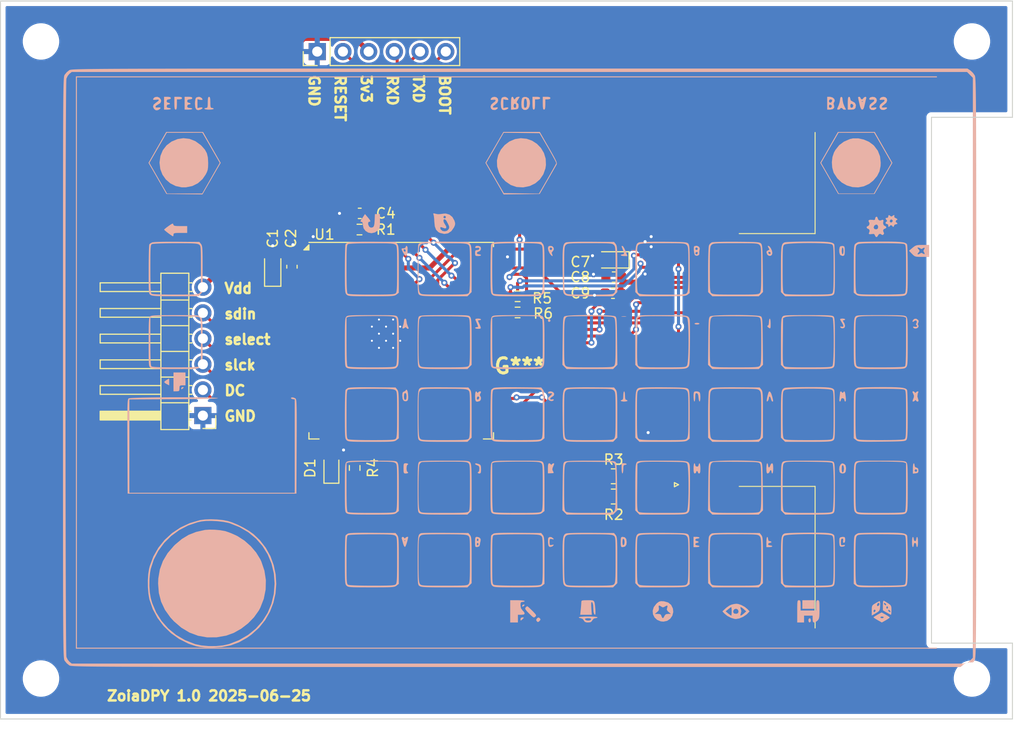
<source format=kicad_pcb>
(kicad_pcb (version 20241229) (generator "pcbnew") (generator_version "9.0")
  (title_block (title "ZoiaDPY") (date "2025-06-25") (rev "1.0"))
  (layers (0 "F.Cu" signal) (2 "B.Cu" signal) (13 "F.Paste" user) (15 "B.Paste" user) (5 "F.SilkS" user "F.Silkscreen") (7 "B.SilkS" user "B.Silkscreen") (1 "F.Mask" user) (3 "B.Mask" user) (25 "Edge.Cuts" user))
  (net 0 "")
  (net 1 "GNDD")
  (net 2 "+3V3")
  (net 3 "/~{RESET}")
  (net 4 "Net-(D1-A)")
  (net 5 "/RXD0")
  (net 6 "/BOOT")
  (net 7 "/TXD0")
  (net 8 "Net-(U3-LEDK1)")
  (net 9 "Net-(Q1-D)")
  (net 10 "Net-(U3-LEDK2)")
  (net 11 "/LED")
  (net 12 "/LCD_SCL")
  (net 13 "/LCD_SDA")
  (net 14 "/LCD_IRQ")
  (net 15 "/LCD_BL")
  (net 19 "/LCD_RST")
  (net 20 "/OLED_MOSI")
  (net 24 "/OLED_DC")
  (net 26 "/LCD_DC")
  (net 27 "/OLED_CS")
  (net 30 "/LCD_MOSI")
  (net 31 "/OLED_CLK")
  (net 34 "/LCD_CS")
  (net 39 "/LCD_CLK")
  (net 40 "/LCD_MISO")
  (footprint "Resistor_SMD:R_0603_1608Metric" (layer "F.Cu") (at 132 83.175 90)
    (property "Reference" "R4" (at 0 1.8 90) (layer "F.SilkS"))
    (property "Value" "270R")
    (pad "1" smd roundrect (at -0.825 0 90) (size 0.8 0.95) (layers "F.Cu" "F.Mask" "F.Paste") (net 4 "Net-(D1-A)"))
    (pad "2" smd roundrect (at 0.825 0 90) (size 0.8 0.95) (layers "F.Cu" "F.Mask" "F.Paste") (net 11 "/LED"))
  )
  (footprint "Connector_PinHeader_2.54mm:PinHeader_1x06_P2.54mm_Vertical" (layer "F.Cu") (at 128.3 42 90)
    (property "Reference" "J3" (hide yes))
    (property "Value" "Conn_01x06")
    (pad "1" thru_hole rect (at 0 0 90) (size 1.7 1.7) (drill 1) (layers "*.Cu" "*.Mask") (net 1 "GNDD"))
    (pad "2" thru_hole circle (at 0 2.54 90) (size 1.7 1.7) (drill 1) (layers "*.Cu" "*.Mask") (net 3 "/~{RESET}"))
    (pad "3" thru_hole circle (at 0 5.08 90) (size 1.7 1.7) (drill 1) (layers "*.Cu" "*.Mask") (net 2 "+3V3"))
    (pad "4" thru_hole circle (at 0 7.62 90) (size 1.7 1.7) (drill 1) (layers "*.Cu" "*.Mask") (net 5 "/RXD0"))
    (pad "5" thru_hole circle (at 0 10.16 90) (size 1.7 1.7) (drill 1) (layers "*.Cu" "*.Mask") (net 7 "/TXD0"))
    (pad "6" thru_hole circle (at 0 12.7 90) (size 1.7 1.7) (drill 1) (layers "*.Cu" "*.Mask") (net 6 "/BOOT"))
  )
  (footprint "LED_SMD:LED_0603_1608Metric" (layer "F.Cu") (at 129.7 83.2 90)
    (property "Reference" "D1" (at 0 -2.1 90) (layer "F.SilkS"))
    (property "Value" "LED GREEN")
    (pad "1" smd roundrect (at -0.7875 0 90) (size 0.875 0.95) (layers "F.Cu" "F.Mask" "F.Paste") (net 4 "Net-(D1-A)"))
    (pad "2" smd roundrect (at 0.7875 0 90) (size 0.875 0.95) (layers "F.Cu" "F.Mask" "F.Paste") (net 1 "GNDD"))
  )
  (footprint "Resistor_SMD:R_0603_1608Metric" (layer "F.Cu") (at 148.1 66.2)
    (property "Reference" "R5" (at 2.425 0.2 0) (layer "F.SilkS"))
    (property "Value" "R")
    (pad "1" smd roundrect (at -0.825 0) (size 0.8 0.95) (layers "F.Cu" "F.Mask" "F.Paste") (net 12 "/LCD_SCL"))
    (pad "2" smd roundrect (at 0.825 0) (size 0.8 0.95) (layers "F.Cu" "F.Mask" "F.Paste") (net 2 "+3V3"))
  )
  (footprint "Capacitor_SMD:C_0603_1608Metric" (layer "F.Cu") (at 157.6 64.3 180)
    (property "Reference" "C8" (at 3.305 0 0) (layer "F.SilkS"))
    (property "Value" "0.1uF")
    (pad "1" smd roundrect (at -0.775 0 180) (size 0.9 0.95) (layers "F.Cu" "F.Mask" "F.Paste") (net 2 "+3V3"))
    (pad "2" smd roundrect (at 0.775 0 180) (size 0.9 0.95) (layers "F.Cu" "F.Mask" "F.Paste") (net 1 "GNDD"))
  )
  (footprint "Resistor_SMD:R_0603_1608Metric" (layer "F.Cu") (at 132.475 59.6 180)
    (property "Reference" "R1" (at -2.6 0 0) (layer "F.SilkS"))
    (property "Value" "10k")
    (pad "1" smd roundrect (at -0.825 0 180) (size 0.8 0.95) (layers "F.Cu" "F.Mask" "F.Paste") (net 3 "/~{RESET}"))
    (pad "2" smd roundrect (at 0.825 0 180) (size 0.8 0.95) (layers "F.Cu" "F.Mask" "F.Paste") (net 2 "+3V3"))
  )
  (footprint "MountingHole:MountingHole_3.2mm_M3" (layer "F.Cu") (at 101 41)
    (property "Reference" "H2" (hide yes))
    (property "Value" "MountingHole" (hide yes))
    (pad "" np_thru_hole circle (at 0 0) (size 3.2 3.2) (drill 3.2) (layers "*.Cu" "*.Mask"))
  )
  (footprint "zoidadpy:62684-50210E9ALF" (layer "F.Cu") (at 164.15 72.58 90)
    (property "Reference" "U3" (hide yes))
    (property "Value" "~")
    (pad "1" smd rect (at -12.25 -1.35 90) (size 0.3 1.1) (layers "F.Cu" "F.Mask" "F.Paste") (net 2 "+3V3"))
    (pad "2" smd rect (at -11.75 -1.35 90) (size 0.3 1.1) (layers "F.Cu" "F.Mask" "F.Paste") (net 8 "Net-(U3-LEDK1)"))
    (pad "3" smd rect (at -11.25 -1.35 90) (size 0.3 1.1) (layers "F.Cu" "F.Mask" "F.Paste") (net 10 "Net-(U3-LEDK2)"))
    (pad "4" smd rect (at -10.75 -1.35 90) (size 0.3 1.1) (layers "F.Cu" "F.Mask" "F.Paste"))
    (pad "5" smd rect (at -10.25 -1.35 90) (size 0.3 1.1) (layers "F.Cu" "F.Mask" "F.Paste"))
    (pad "6" smd rect (at -9.75 -1.35 90) (size 0.3 1.1) (layers "F.Cu" "F.Mask" "F.Paste"))
    (pad "7" smd rect (at -9.25 -1.35 90) (size 0.3 1.1) (layers "F.Cu" "F.Mask" "F.Paste") (net 2 "+3V3"))
    (pad "8" smd rect (at -8.75 -1.35 90) (size 0.3 1.1) (layers "F.Cu" "F.Mask" "F.Paste") (net 2 "+3V3"))
    (pad "9" smd rect (at -8.25 -1.35 90) (size 0.3 1.1) (layers "F.Cu" "F.Mask" "F.Paste") (net 2 "+3V3"))
    (pad "10" smd rect (at -7.75 -1.35 90) (size 0.3 1.1) (layers "F.Cu" "F.Mask" "F.Paste") (net 19 "/LCD_RST"))
    (pad "11" smd rect (at -7.25 -1.35 90) (size 0.3 1.1) (layers "F.Cu" "F.Mask" "F.Paste") (net 1 "GNDD"))
    (pad "12" smd rect (at -6.75 -1.35 90) (size 0.3 1.1) (layers "F.Cu" "F.Mask" "F.Paste") (net 1 "GNDD"))
    (pad "13" smd rect (at -6.25 -1.35 90) (size 0.3 1.1) (layers "F.Cu" "F.Mask" "F.Paste") (net 1 "GNDD"))
    (pad "14" smd rect (at -5.75 -1.35 90) (size 0.3 1.1) (layers "F.Cu" "F.Mask" "F.Paste") (net 1 "GNDD"))
    (pad "15" smd rect (at -5.25 -1.35 90) (size 0.3 1.1) (layers "F.Cu" "F.Mask" "F.Paste") (net 1 "GNDD"))
    (pad "16" smd rect (at -4.75 -1.35 90) (size 0.3 1.1) (layers "F.Cu" "F.Mask" "F.Paste") (net 1 "GNDD"))
    (pad "17" smd rect (at -4.25 -1.35 90) (size 0.3 1.1) (layers "F.Cu" "F.Mask" "F.Paste") (net 1 "GNDD"))
    (pad "18" smd rect (at -3.75 -1.35 90) (size 0.3 1.1) (layers "F.Cu" "F.Mask" "F.Paste") (net 1 "GNDD"))
    (pad "19" smd rect (at -3.25 -1.35 90) (size 0.3 1.1) (layers "F.Cu" "F.Mask" "F.Paste") (net 1 "GNDD"))
    (pad "20" smd rect (at -2.75 -1.35 90) (size 0.3 1.1) (layers "F.Cu" "F.Mask" "F.Paste") (net 1 "GNDD"))
    (pad "21" smd rect (at -2.25 -1.35 90) (size 0.3 1.1) (layers "F.Cu" "F.Mask" "F.Paste") (net 1 "GNDD"))
    (pad "22" smd rect (at -1.75 -1.35 90) (size 0.3 1.1) (layers "F.Cu" "F.Mask" "F.Paste") (net 1 "GNDD"))
    (pad "23" smd rect (at -1.25 -1.35 90) (size 0.3 1.1) (layers "F.Cu" "F.Mask" "F.Paste") (net 1 "GNDD"))
    (pad "24" smd rect (at -0.75 -1.35 90) (size 0.3 1.1) (layers "F.Cu" "F.Mask" "F.Paste") (net 1 "GNDD"))
    (pad "25" smd rect (at -0.25 -1.35 90) (size 0.3 1.1) (layers "F.Cu" "F.Mask" "F.Paste") (net 1 "GNDD"))
    (pad "26" smd rect (at 0.25 -1.35 90) (size 0.3 1.1) (layers "F.Cu" "F.Mask" "F.Paste") (net 1 "GNDD"))
    (pad "27" smd rect (at 0.75 -1.35 90) (size 0.3 1.1) (layers "F.Cu" "F.Mask" "F.Paste") (net 1 "GNDD"))
    (pad "28" smd rect (at 1.25 -1.35 90) (size 0.3 1.1) (layers "F.Cu" "F.Mask" "F.Paste") (net 1 "GNDD"))
    (pad "29" smd rect (at 1.75 -1.35 90) (size 0.3 1.1) (layers "F.Cu" "F.Mask" "F.Paste") (net 1 "GNDD"))
    (pad "30" smd rect (at 2.25 -1.35 90) (size 0.3 1.1) (layers "F.Cu" "F.Mask" "F.Paste") (net 1 "GNDD"))
    (pad "31" smd rect (at 2.75 -1.35 90) (size 0.3 1.1) (layers "F.Cu" "F.Mask" "F.Paste") (net 1 "GNDD"))
    (pad "32" smd rect (at 3.25 -1.35 90) (size 0.3 1.1) (layers "F.Cu" "F.Mask" "F.Paste") (net 1 "GNDD"))
    (pad "33" smd rect (at 3.75 -1.35 90) (size 0.3 1.1) (layers "F.Cu" "F.Mask" "F.Paste") (net 40 "/LCD_MISO"))
    (pad "34" smd rect (at 4.25 -1.35 90) (size 0.3 1.1) (layers "F.Cu" "F.Mask" "F.Paste") (net 30 "/LCD_MOSI"))
    (pad "35" smd rect (at 4.75 -1.35 90) (size 0.3 1.1) (layers "F.Cu" "F.Mask" "F.Paste") (net 2 "+3V3"))
    (pad "36" smd rect (at 5.25 -1.35 90) (size 0.3 1.1) (layers "F.Cu" "F.Mask" "F.Paste") (net 39 "/LCD_CLK"))
    (pad "37" smd rect (at 5.75 -1.35 90) (size 0.3 1.1) (layers "F.Cu" "F.Mask" "F.Paste") (net 26 "/LCD_DC"))
    (pad "38" smd rect (at 6.25 -1.35 90) (size 0.3 1.1) (layers "F.Cu" "F.Mask" "F.Paste") (net 34 "/LCD_CS"))
    (pad "39" smd rect (at 6.75 -1.35 90) (size 0.3 1.1) (layers "F.Cu" "F.Mask" "F.Paste"))
    (pad "40" smd rect (at 7.25 -1.35 90) (size 0.3 1.1) (layers "F.Cu" "F.Mask" "F.Paste") (net 2 "+3V3"))
    (pad "41" smd rect (at 7.75 -1.35 90) (size 0.3 1.1) (layers "F.Cu" "F.Mask" "F.Paste") (net 2 "+3V3"))
    (pad "42" smd rect (at 8.25 -1.35 90) (size 0.3 1.1) (layers "F.Cu" "F.Mask" "F.Paste") (net 2 "+3V3"))
    (pad "43" smd rect (at 8.75 -1.35 90) (size 0.3 1.1) (layers "F.Cu" "F.Mask" "F.Paste") (net 1 "GNDD"))
    (pad "44" smd rect (at 9.25 -1.35 90) (size 0.3 1.1) (layers "F.Cu" "F.Mask" "F.Paste") (net 12 "/LCD_SCL"))
    (pad "45" smd rect (at 9.75 -1.35 90) (size 0.3 1.1) (layers "F.Cu" "F.Mask" "F.Paste") (net 13 "/LCD_SDA"))
    (pad "46" smd rect (at 10.25 -1.35 90) (size 0.3 1.1) (layers "F.Cu" "F.Mask" "F.Paste") (net 14 "/LCD_IRQ"))
    (pad "47" smd rect (at 10.75 -1.35 90) (size 0.3 1.1) (layers "F.Cu" "F.Mask" "F.Paste") (net 19 "/LCD_RST"))
    (pad "48" smd rect (at 11.25 -1.35 90) (size 0.3 1.1) (layers "F.Cu" "F.Mask" "F.Paste") (net 1 "GNDD"))
    (pad "49" smd rect (at 11.75 -1.35 90) (size 0.3 1.1) (layers "F.Cu" "F.Mask" "F.Paste") (net 1 "GNDD"))
    (pad "50" smd rect (at 12.25 -1.35 90) (size 0.3 1.1) (layers "F.Cu" "F.Mask" "F.Paste") (net 1 "GNDD"))
    (pad "MP" smd rect (at -14.5 1.3 90) (size 2.3 2.4) (layers "F.Cu" "F.Mask" "F.Paste"))
    (pad "MP" smd rect (at 14.5 1.3 90) (size 2.3 2.4) (layers "F.Cu" "F.Mask" "F.Paste"))
  )
  (footprint "Capacitor_Tantalum_SMD:CP_EIA-2012-12_Kemet-R" (layer "F.Cu") (at 157.4 62.6 180)
    (property "Reference" "C7" (at 3.1 -0.2 0) (layer "F.SilkS"))
    (property "Value" "10uF")
    (pad "1" smd roundrect (at -0.89 0 180) (size 1.14 1.09) (layers "F.Cu" "F.Mask" "F.Paste") (roundrect_rratio 0.229358) (net 2 "+3V3"))
    (pad "2" smd roundrect (at 0.89 0 180) (size 1.14 1.09) (layers "F.Cu" "F.Mask" "F.Paste") (roundrect_rratio 0.229358) (net 1 "GNDD"))
  )
  (footprint "Capacitor_Tantalum_SMD:CP_EIA-2012-12_Kemet-R" (layer "F.Cu") (at 123.9 63.49 90)
    (property "Reference" "C1" (at 3.01 0 90) (layer "F.SilkS"))
    (property "Value" "22uF")
    (pad "1" smd roundrect (at -0.89 0 90) (size 1.14 1.09) (layers "F.Cu" "F.Mask" "F.Paste") (roundrect_rratio 0.229358) (net 2 "+3V3"))
    (pad "2" smd roundrect (at 0.89 0 90) (size 1.14 1.09) (layers "F.Cu" "F.Mask" "F.Paste") (roundrect_rratio 0.229358) (net 1 "GNDD"))
  )
  (footprint "Capacitor_SMD:C_0603_1608Metric" (layer "F.Cu") (at 157.525 65.9 180)
    (property "Reference" "C9" (at 3.225 0 0) (layer "F.SilkS"))
    (property "Value" "0.1uF")
    (pad "1" smd roundrect (at -0.775 0 180) (size 0.9 0.95) (layers "F.Cu" "F.Mask" "F.Paste") (net 2 "+3V3"))
    (pad "2" smd roundrect (at 0.775 0 180) (size 0.9 0.95) (layers "F.Cu" "F.Mask" "F.Paste") (net 1 "GNDD"))
  )
  (footprint "Capacitor_SMD:C_0603_1608Metric" (layer "F.Cu") (at 132.5 58 180)
    (property "Reference" "C4" (at -2.575 0 0) (layer "F.SilkS"))
    (property "Value" "0.1uF")
    (pad "1" smd roundrect (at -0.775 0 180) (size 0.9 0.95) (layers "F.Cu" "F.Mask" "F.Paste") (net 3 "/~{RESET}"))
    (pad "2" smd roundrect (at 0.775 0 180) (size 0.9 0.95) (layers "F.Cu" "F.Mask" "F.Paste") (net 1 "GNDD"))
  )
  (footprint "MountingHole:MountingHole_3.2mm_M3" (layer "F.Cu") (at 193 41)
    (property "Reference" "H1" (hide yes))
    (property "Value" "MountingHole" (hide yes))
    (pad "" np_thru_hole circle (at 0 0) (size 3.2 3.2) (drill 3.2) (layers "*.Cu" "*.Mask"))
  )
  (footprint "RF_Module:ESP32-WROOM-32U" (layer "F.Cu") (at 136.6 70.59)
    (property "Reference" "U1" (at -7.58 -10.5 180) (layer "F.SilkS"))
    (property "Value" "ESP32-WROOM-32U")
    (pad "1" smd rect (at -8.75 -8.255) (size 1.5 0.9) (layers "F.Cu" "F.Mask" "F.Paste") (net 1 "GNDD"))
    (pad "2" smd rect (at -8.75 -6.985) (size 1.5 0.9) (layers "F.Cu" "F.Mask" "F.Paste") (net 2 "+3V3"))
    (pad "3" smd rect (at -8.75 -5.715) (size 1.5 0.9) (layers "F.Cu" "F.Mask" "F.Paste") (net 3 "/~{RESET}"))
    (pad "4" smd rect (at -8.75 -4.445) (size 1.5 0.9) (layers "F.Cu" "F.Mask" "F.Paste"))
    (pad "5" smd rect (at -8.75 -3.175) (size 1.5 0.9) (layers "F.Cu" "F.Mask" "F.Paste"))
    (pad "6" smd rect (at -8.75 -1.905) (size 1.5 0.9) (layers "F.Cu" "F.Mask" "F.Paste") (net 14 "/LCD_IRQ"))
    (pad "7" smd rect (at -8.75 -0.635) (size 1.5 0.9) (layers "F.Cu" "F.Mask" "F.Paste"))
    (pad "8" smd rect (at -8.75 0.635) (size 1.5 0.9) (layers "F.Cu" "F.Mask" "F.Paste") (net 24 "/OLED_DC"))
    (pad "9" smd rect (at -8.75 1.905) (size 1.5 0.9) (layers "F.Cu" "F.Mask" "F.Paste"))
    (pad "10" smd rect (at -8.75 3.175) (size 1.5 0.9) (layers "F.Cu" "F.Mask" "F.Paste") (net 27 "/OLED_CS"))
    (pad "11" smd rect (at -8.75 4.445) (size 1.5 0.9) (layers "F.Cu" "F.Mask" "F.Paste") (net 31 "/OLED_CLK"))
    (pad "12" smd rect (at -8.75 5.715) (size 1.5 0.9) (layers "F.Cu" "F.Mask" "F.Paste") (net 20 "/OLED_MOSI"))
    (pad "13" smd rect (at -8.75 6.985) (size 1.5 0.9) (layers "F.Cu" "F.Mask" "F.Paste"))
    (pad "14" smd rect (at -8.75 8.255) (size 1.5 0.9) (layers "F.Cu" "F.Mask" "F.Paste"))
    (pad "15" smd rect (at -5.715 9.35 90) (size 1.5 0.9) (layers "F.Cu" "F.Mask" "F.Paste") (net 1 "GNDD"))
    (pad "16" smd rect (at -4.445 9.35 90) (size 1.5 0.9) (layers "F.Cu" "F.Mask" "F.Paste") (net 11 "/LED"))
    (pad "17" smd rect (at -3.175 9.35 90) (size 1.5 0.9) (layers "F.Cu" "F.Mask" "F.Paste"))
    (pad "18" smd rect (at -1.905 9.35 90) (size 1.5 0.9) (layers "F.Cu" "F.Mask" "F.Paste"))
    (pad "19" smd rect (at -0.635 9.35 90) (size 1.5 0.9) (layers "F.Cu" "F.Mask" "F.Paste"))
    (pad "20" smd rect (at 0.635 9.35 90) (size 1.5 0.9) (layers "F.Cu" "F.Mask" "F.Paste"))
    (pad "21" smd rect (at 1.905 9.35 90) (size 1.5 0.9) (layers "F.Cu" "F.Mask" "F.Paste"))
    (pad "22" smd rect (at 3.175 9.35 90) (size 1.5 0.9) (layers "F.Cu" "F.Mask" "F.Paste"))
    (pad "23" smd rect (at 4.445 9.35 90) (size 1.5 0.9) (layers "F.Cu" "F.Mask" "F.Paste") (net 15 "/LCD_BL"))
    (pad "24" smd rect (at 5.715 9.35 90) (size 1.5 0.9) (layers "F.Cu" "F.Mask" "F.Paste"))
    (pad "25" smd rect (at 8.75 8.255) (size 1.5 0.9) (layers "F.Cu" "F.Mask" "F.Paste") (net 6 "/BOOT"))
    (pad "26" smd rect (at 8.75 6.985) (size 1.5 0.9) (layers "F.Cu" "F.Mask" "F.Paste") (net 34 "/LCD_CS"))
    (pad "27" smd rect (at 8.75 5.715) (size 1.5 0.9) (layers "F.Cu" "F.Mask" "F.Paste") (net 19 "/LCD_RST"))
    (pad "28" smd rect (at 8.75 4.445) (size 1.5 0.9) (layers "F.Cu" "F.Mask" "F.Paste") (net 26 "/LCD_DC"))
    (pad "29" smd rect (at 8.75 3.175) (size 1.5 0.9) (layers "F.Cu" "F.Mask" "F.Paste"))
    (pad "30" smd rect (at 8.75 1.905) (size 1.5 0.9) (layers "F.Cu" "F.Mask" "F.Paste") (net 39 "/LCD_CLK"))
    (pad "31" smd rect (at 8.75 0.635) (size 1.5 0.9) (layers "F.Cu" "F.Mask" "F.Paste") (net 40 "/LCD_MISO"))
    (pad "32" smd rect (at 8.75 -0.635) (size 1.5 0.9) (layers "F.Cu" "F.Mask" "F.Paste"))
    (pad "33" smd rect (at 8.75 -1.905) (size 1.5 0.9) (layers "F.Cu" "F.Mask" "F.Paste") (net 13 "/LCD_SDA"))
    (pad "34" smd rect (at 8.75 -3.175) (size 1.5 0.9) (layers "F.Cu" "F.Mask" "F.Paste") (net 5 "/RXD0"))
    (pad "35" smd rect (at 8.75 -4.445) (size 1.5 0.9) (layers "F.Cu" "F.Mask" "F.Paste") (net 7 "/TXD0"))
    (pad "36" smd rect (at 8.75 -5.715) (size 1.5 0.9) (layers "F.Cu" "F.Mask" "F.Paste") (net 12 "/LCD_SCL"))
    (pad "37" smd rect (at 8.75 -6.985) (size 1.5 0.9) (layers "F.Cu" "F.Mask" "F.Paste") (net 30 "/LCD_MOSI"))
    (pad "38" smd rect (at 8.75 -8.255) (size 1.5 0.9) (layers "F.Cu" "F.Mask" "F.Paste") (net 1 "GNDD"))
    (pad "39" smd rect (at -2.9 -2.09) (size 0.9 0.9) (layers "F.Cu" "F.Paste") (net 1 "GNDD"))
    (pad "39" thru_hole circle (at -2.9 -1.39) (size 0.6 0.6) (drill 0.2) (property pad_prop_heatsink) (layers "*.Cu" "F.Mask") (net 1 "GNDD"))
    (pad "39" smd rect (at -2.9 -0.69) (size 0.9 0.9) (layers "F.Cu" "F.Paste") (net 1 "GNDD"))
    (pad "39" thru_hole circle (at -2.9 0.01) (size 0.6 0.6) (drill 0.2) (property pad_prop_heatsink) (layers "*.Cu" "F.Mask") (net 1 "GNDD"))
    (pad "39" smd rect (at -2.9 0.71) (size 0.9 0.9) (layers "F.Cu" "F.Paste") (net 1 "GNDD"))
    (pad "39" thru_hole circle (at -2.2 -2.09) (size 0.6 0.6) (drill 0.2) (property pad_prop_heatsink) (layers "*.Cu" "F.Mask") (net 1 "GNDD"))
    (pad "39" thru_hole circle (at -2.2 -0.69) (size 0.6 0.6) (drill 0.2) (property pad_prop_heatsink) (layers "*.Cu" "F.Mask") (net 1 "GNDD"))
    (pad "39" thru_hole circle (at -2.2 0.71) (size 0.6 0.6) (drill 0.2) (property pad_prop_heatsink) (layers "*.Cu" "F.Mask") (net 1 "GNDD"))
    (pad "39" smd rect (at -1.5 -2.09) (size 0.9 0.9) (layers "F.Cu" "F.Paste") (net 1 "GNDD"))
    (pad "39" thru_hole circle (at -1.5 -1.39) (size 0.6 0.6) (drill 0.2) (property pad_prop_heatsink) (layers "*.Cu" "F.Mask") (net 1 "GNDD"))
    (pad "39" smd rect (at -1.5 -0.69) (size 0.9 0.9) (layers "F.Cu" "F.Paste") (net 1 "GNDD"))
    (pad "39" smd rect (at -1.5 -0.69) (size 3.8 3.8) (property pad_prop_heatsink) (layers "F.Cu" "F.Mask") (net 1 "GNDD"))
    (pad "39" thru_hole circle (at -1.5 0.01) (size 0.6 0.6) (drill 0.2) (property pad_prop_heatsink) (layers "*.Cu" "F.Mask") (net 1 "GNDD"))
    (pad "39" smd rect (at -1.5 0.71) (size 0.9 0.9) (layers "F.Cu" "F.Paste") (net 1 "GNDD"))
    (pad "39" thru_hole circle (at -0.8 -2.09) (size 0.6 0.6) (drill 0.2) (property pad_prop_heatsink) (layers "*.Cu" "F.Mask") (net 1 "GNDD"))
    (pad "39" thru_hole circle (at -0.8 -0.69) (size 0.6 0.6) (drill 0.2) (property pad_prop_heatsink) (layers "*.Cu" "F.Mask") (net 1 "GNDD"))
    (pad "39" thru_hole circle (at -0.8 0.71) (size 0.6 0.6) (drill 0.2) (property pad_prop_heatsink) (layers "*.Cu" "F.Mask") (net 1 "GNDD"))
    (pad "39" smd rect (at -0.1 -2.09) (size 0.9 0.9) (layers "F.Cu" "F.Paste") (net 1 "GNDD"))
    (pad "39" thru_hole circle (at -0.1 -1.39) (size 0.6 0.6) (drill 0.2) (property pad_prop_heatsink) (layers "*.Cu" "F.Mask") (net 1 "GNDD"))
    (pad "39" smd rect (at -0.1 -0.69) (size 0.9 0.9) (layers "F.Cu" "F.Paste") (net 1 "GNDD"))
    (pad "39" thru_hole circle (at -0.1 0.01) (size 0.6 0.6) (drill 0.2) (property pad_prop_heatsink) (layers "*.Cu" "F.Mask") (net 1 "GNDD"))
    (pad "39" smd rect (at -0.1 0.71) (size 0.9 0.9) (layers "F.Cu" "F.Paste") (net 1 "GNDD"))
  )
  (footprint "Resistor_SMD:R_0805_2012Metric" (layer "F.Cu") (at 157.5875 86)
    (property "Reference" "R2" (at 0.0125 1.8 0) (layer "F.SilkS"))
    (property "Value" "47R 125mW")
    (pad "1" smd roundrect (at -0.9125 0) (size 1.025 1.4) (layers "F.Cu" "F.Mask" "F.Paste") (roundrect_rratio 0.243902) (net 9 "Net-(Q1-D)"))
    (pad "2" smd roundrect (at 0.9125 0) (size 1.025 1.4) (layers "F.Cu" "F.Mask" "F.Paste") (roundrect_rratio 0.243902) (net 8 "Net-(U3-LEDK1)"))
  )
  (footprint "Connector_PinHeader_2.54mm:PinHeader_1x06_P2.54mm_Horizontal" (layer "F.Cu") (at 117 78 180)
    (property "Reference" "J1" (hide yes))
    (property "Value" "Conn_01x06")
    (pad "1" thru_hole rect (at 0 0 180) (size 1.7 1.7) (drill 1) (layers "*.Cu" "*.Mask") (net 1 "GNDD"))
    (pad "2" thru_hole circle (at 0 2.54 180) (size 1.7 1.7) (drill 1) (layers "*.Cu" "*.Mask") (net 20 "/OLED_MOSI"))
    (pad "3" thru_hole circle (at 0 5.08 180) (size 1.7 1.7) (drill 1) (layers "*.Cu" "*.Mask") (net 31 "/OLED_CLK"))
    (pad "4" thru_hole circle (at 0 7.62 180) (size 1.7 1.7) (drill 1) (layers "*.Cu" "*.Mask") (net 27 "/OLED_CS"))
    (pad "5" thru_hole circle (at 0 10.16 180) (size 1.7 1.7) (drill 1) (layers "*.Cu" "*.Mask") (net 24 "/OLED_DC"))
    (pad "6" thru_hole circle (at 0 12.7 180) (size 1.7 1.7) (drill 1) (layers "*.Cu" "*.Mask") (net 2 "+3V3"))
  )
  (footprint "Resistor_SMD:R_0603_1608Metric" (layer "F.Cu") (at 148.1 67.8)
    (property "Reference" "R6" (at 2.525 0.1 0) (layer "F.SilkS"))
    (property "Value" "R")
    (pad "1" smd roundrect (at -0.825 0) (size 0.8 0.95) (layers "F.Cu" "F.Mask" "F.Paste") (net 13 "/LCD_SDA"))
    (pad "2" smd roundrect (at 0.825 0) (size 0.8 0.95) (layers "F.Cu" "F.Mask" "F.Paste") (net 2 "+3V3"))
  )
  (footprint "MountingHole:MountingHole_3.2mm_M3" (layer "F.Cu") (at 193 104)
    (property "Reference" "H4" (hide yes))
    (property "Value" "MountingHole")
    (pad "" np_thru_hole circle (at 0 0) (size 3.2 3.2) (drill 3.2) (layers "*.Cu" "*.Mask"))
  )
  (footprint "Resistor_SMD:R_0805_2012Metric" (layer "F.Cu") (at 157.5875 84)
    (property "Reference" "R3" (at 0 -1.65 0) (layer "F.SilkS"))
    (property "Value" "47R 125mW")
    (pad "1" smd roundrect (at -0.9125 0) (size 1.025 1.4) (layers "F.Cu" "F.Mask" "F.Paste") (roundrect_rratio 0.243902) (net 9 "Net-(Q1-D)"))
    (pad "2" smd roundrect (at 0.9125 0) (size 1.025 1.4) (layers "F.Cu" "F.Mask" "F.Paste") (roundrect_rratio 0.243902) (net 10 "Net-(U3-LEDK2)"))
  )
  (footprint "Capacitor_SMD:C_0603_1608Metric" (layer "F.Cu") (at 125.8 63.275 90)
    (property "Reference" "C2" (at 2.8 -0.1 90) (layer "F.SilkS"))
    (property "Value" "0.1uF")
    (pad "1" smd roundrect (at -0.775 0 90) (size 0.9 0.95) (layers "F.Cu" "F.Mask" "F.Paste") (net 2 "+3V3"))
    (pad "2" smd roundrect (at 0.775 0 90) (size 0.9 0.95) (layers "F.Cu" "F.Mask" "F.Paste") (net 1 "GNDD"))
  )
  (footprint "MountingHole:MountingHole_3.2mm_M3" (layer "F.Cu") (at 101 104)
    (property "Reference" "H3" (hide yes))
    (property "Value" "MountingHole" (hide yes))
    (pad "" np_thru_hole circle (at 0 0) (size 3.2 3.2) (drill 3.2) (layers "*.Cu" "*.Mask"))
  )
  (footprint "LOGO" (layer "B.Cu") (at 148.3 73.1)
    (property "Reference" "G***" (at 0 0 0) (layer "F.SilkS") (effects (font (size 1.5 1.5) (thickness 0.3))))
    (property "Value" "LOGO" (hide yes))
  )
  (gr_line (start 177.5 60) (end 177.5 50) (stroke (width 0.1)) (layer "F.SilkS"))
  (gr_line (start 177.5 85) (end 177.5 99) (stroke (width 0.1)) (layer "F.SilkS"))
  (gr_line (start 170 85) (end 177.5 85) (stroke (width 0.1)) (layer "F.SilkS"))
  (gr_line (start 170 60) (end 177.5 60) (stroke (width 0.1)) (layer "F.SilkS"))
  (gr_line (start 189.5 44.5) (end 104.5 44.5) (stroke (width 0.1)) (layer "B.SilkS"))
  (gr_line (start 104.5 101) (end 189.5 101) (stroke (width 0.1)) (layer "B.SilkS"))
  (gr_line (start 104.5 44.5) (end 104.5 101) (stroke (width 0.1)) (layer "B.SilkS"))
  (gr_line (start 197 37) (end 197 48.5) (stroke (width 0.1)) (layer "Edge.Cuts"))
  (gr_line (start 97 37) (end 197 37) (stroke (width 0.1)) (layer "Edge.Cuts"))
  (gr_line (start 197 100.5) (end 189 100.5) (stroke (width 0.1)) (layer "Edge.Cuts"))
  (gr_line (start 197 108) (end 197 100.5) (stroke (width 0.1)) (layer "Edge.Cuts"))
  (gr_line (start 197 108) (end 97 108) (stroke (width 0.1)) (layer "Edge.Cuts"))
  (gr_line (start 189 48.5) (end 197 48.5) (stroke (width 0.1)) (layer "Edge.Cuts"))
  (gr_line (start 189 100.5) (end 189 48.5) (stroke (width 0.1)) (layer "Edge.Cuts"))
  (gr_line (start 97 108) (end 97 37) (stroke (width 0.1)) (layer "Edge.Cuts"))
  (gr_text "RXD\n" (at 135.14 44.2 270) (layer "F.SilkS") (effects (font (size 1 1) (thickness 0.5) (bold yes)) (justify left bottom)))
  (gr_text "3v3\n" (at 132.56 44.2 270) (layer "F.SilkS") (effects (font (size 1 1) (thickness 0.5) (bold yes)) (justify left bottom)))
  (gr_text "slck\n" (at 119 73.581 0) (layer "F.SilkS") (effects (font (size 1 1) (thickness 0.5)) (justify left bottom)))
  (gr_text "GND" (at 119 78.635 0) (layer "F.SilkS") (effects (font (size 1 1) (thickness 0.5)) (justify left bottom)))
  (gr_text "RESET\n" (at 129.98 44.2 270) (layer "F.SilkS") (effects (font (size 1 1) (thickness 0.5) (bold yes)) (justify left bottom)))
  (gr_text "${TITLE} ${REVISION} ${ISSUE_DATE}\n" (at 107.4 106.3 0) (layer "F.SilkS") (effects (font (size 1 1) (thickness 0.5)) (justify left bottom)))
  (gr_text "GND\n" (at 127.4 44.2 270) (layer "F.SilkS") (effects (font (size 1 1) (thickness 0.5) (bold yes)) (justify left bottom)))
  (gr_text "BOOT" (at 140.3 44.2 270) (layer "F.SilkS") (effects (font (size 1 1) (thickness 0.5) (bold yes)) (justify left bottom)))
  (gr_text "TXD\n" (at 137.72 44.2 270) (layer "F.SilkS") (effects (font (size 1 1) (thickness 0.5) (bold yes)) (justify left bottom)))
  (gr_text "Vdd\n" (at 119 66 0) (layer "F.SilkS") (effects (font (size 1 1) (thickness 0.5)) (justify left bottom)))
  (gr_text "DC\n" (at 119 76.108 0) (layer "F.SilkS") (effects (font (size 1 1) (thickness 0.5)) (justify left bottom)))
  (gr_text "select\n" (at 119 71.054 0) (layer "F.SilkS") (effects (font (size 1 1) (thickness 0.5)) (justify left bottom)))
  (gr_text "sdin\n" (at 119 68.527 0) (layer "F.SilkS") (effects (font (size 1 1) (thickness 0.5)) (justify left bottom)))
  (segment (start 123.9 62.6) (end 123.9 61.2) (width 0.3) (layer "F.Cu") (net 1))
  (segment (start 130.885 81.385) (end 130.9 81.4) (width 0.5) (layer "F.Cu") (net 1))
  (segment (start 127.85 60.35) (end 127.9 60.3) (width 0.5) (layer "F.Cu") (net 1))
  (segment (start 162.8 79.83) (end 161.15 79.83) (width 0.2) (layer "F.Cu") (net 1))
  (segment (start 161.33 60.33) (end 161.3 60.3) (width 0.3) (layer "F.Cu") (net 1))
  (segment (start 162.8 60.33) (end 161.33 60.33) (width 0.3) (layer "F.Cu") (net 1))
  (segment (start 129.7 82.4125) (end 129.8875 82.4125) (width 0.2) (layer "F.Cu") (net 1))
  (segment (start 129.8875 82.4125) (end 130.9 81.4) (width 0.2) (layer "F.Cu") (net 1))
  (segment (start 130.885 79.94) (end 130.885 81.385) (width 0.5) (layer "F.Cu") (net 1))
  (segment (start 131.725 58) (end 130.5 58) (width 0.3) (layer "F.Cu") (net 1))
  (segment (start 161.15 79.83) (end 161 79.68) (width 0.2) (layer "F.Cu") (net 1))
  (segment (start 127.85 62.335) (end 127.85 60.35) (width 0.5) (layer "F.Cu") (net 1))
  (segment (start 160.87 63.83) (end 160.7 64) (width 0.2) (layer "F.Cu") (net 1))
  (segment (start 160.73 60.83) (end 160.7 60.8) (width 0.3) (layer "F.Cu") (net 1))
  (segment (start 156.55 66.1) (end 155.7 66.1) (width 0.5) (layer "F.Cu") (net 1))
  (segment (start 162.8 61.33) (end 161.33 61.33) (width 0.3) (layer "F.Cu") (net 1))
  (segment (start 125.8 61.2) (end 125.9 61.1) (width 0.3) (layer "F.Cu") (net 1))
  (segment (start 147.065 62.335) (end 147.1 62.3) (width 0.5) (layer "F.Cu") (net 1))
  (segment (start 156.548631 64.023631) (end 155.6 64.023631) (width 0.5) (layer "F.Cu") (net 1))
  (segment (start 156.51 62.6) (end 155.916 62.6) (width 0.5) (layer "F.Cu") (net 1))
  (segment (start 162.8 69.33) (end 162.8 79.83) (width 0.2) (layer "F.Cu") (net 1))
  (segment (start 161.33 61.33) (end 161.3 61.3) (width 0.3) (layer "F.Cu") (net 1))
  (segment (start 155.916 62.6) (end 155.5 62.184) (width 0.5) (layer "F.Cu") (net 1))
  (segment (start 125.8 62.5) (end 125.8 61.2) (width 0.3) (layer "F.Cu") (net 1))
  (segment (start 145.35 62.335) (end 147.065 62.335) (width 0.5) (layer "F.Cu") (net 1))
  (segment (start 162.8 60.83) (end 160.73 60.83) (width 0.3) (layer "F.Cu") (net 1))
  (segment (start 156.825 64.3) (end 156.548631 64.023631) (width 0.5) (layer "F.Cu") (net 1))
  (segment (start 156.75 65.9) (end 156.55 66.1) (width 0.5) (layer "F.Cu") (net 1))
  (segment (start 162.8 63.83) (end 160.87 63.83) (width 0.2) (layer "F.Cu") (net 1))
  (via (at 161.3 61.3) (size 0.6) (drill 0.3) (layers "F.Cu" "B.Cu") (net 1))
  (via (at 160.7 60.8) (size 0.6) (drill 0.3) (layers "F.Cu" "B.Cu") (net 1))
  (via (at 123.9 61.2) (size 0.6) (drill 0.3) (layers "F.Cu" "B.Cu") (net 1))
  (via (at 130.9 81.4) (size 0.6) (drill 0.3) (layers "F.Cu" "B.Cu") (net 1))
  (via (at 125.9 61.1) (size 0.6) (drill 0.3) (layers "F.Cu" "B.Cu") (net 1))
  (via (at 160.7 64) (size 0.6) (drill 0.3) (layers "F.Cu" "B.Cu") (net 1))
  (via (at 155.7 66.1) (size 0.6) (drill 0.3) (layers "F.Cu" "B.Cu") (net 1))
  (via (at 147.1 62.3) (size 0.6) (drill 0.3) (layers "F.Cu" "B.Cu") (net 1))
  (via (at 155.6 64.023631) (size 0.6) (drill 0.3) (layers "F.Cu" "B.Cu") (net 1))
  (via (at 161.3 60.3) (size 0.6) (drill 0.3) (layers "F.Cu" "B.Cu") (net 1))
  (via (at 155.5 62.184) (size 0.6) (drill 0.3) (layers "F.Cu" "B.Cu") (net 1))
  (via (at 127.9 60.3) (size 0.6) (drill 0.3) (layers "F.Cu" "B.Cu") (net 1))
  (via (at 130.5 58) (size 0.6) (drill 0.3) (layers "F.Cu" "B.Cu") (net 1))
  (via (at 161 79.68) (size 0.6) (drill 0.3) (layers "F.Cu" "B.Cu") (net 1))
  (segment (start 162.8 64.83) (end 164.97 64.83) (width 0.3) (layer "F.Cu") (net 2))
  (segment (start 165 84.8) (end 165 81.9) (width 0.5) (layer "F.Cu") (net 2))
  (segment (start 128.055 63.4) (end 131.6 63.4) (width 0.5) (layer "F.Cu") (net 2))
  (segment (start 125.47 64.38) (end 125.8 64.05) (width 0.5) (layer "F.Cu") (net 2))
  (segment (start 165 81.5) (end 165 81.9) (width 0.5) (layer "F.Cu") (net 2))
  (segment (start 164.97 65.33) (end 165 65.3) (width 0.3) (layer "F.Cu") (net 2))
  (segment (start 131.6 63.4) (end 139.4 63.4) (width 0.5) (layer "F.Cu") (net 2))
  (segment (start 148.925 66.2) (end 148.986247 66.138753) (width 0.3) (layer "F.Cu") (net 2))
  (segment (start 164.83 81.33) (end 165 81.5) (width 0.3) (layer "F.Cu") (net 2))
  (segment (start 131.65 59.6) (end 131.65 63.35) (width 0.3) (layer "F.Cu") (net 2))
  (segment (start 148.925 67.8) (end 148.925 66.2) (width 0.3) (layer "F.Cu") (net 2))
  (segment (start 158.2 62.59) (end 158.28 62.59) (width 0.5) (layer "F.Cu") (net 2))
  (segment (start 117.92 64.38) (end 122 64.38) (width 0.5) (layer "F.Cu") (net 2))
  (segment (start 148.986247 64.403977) (end 148.604901 64.022631) (width 0.3) (layer "F.Cu") (net 2))
  (segment (start 148.986247 66.138753) (end 148.986247 64.403977) (width 0.3) (layer "F.Cu") (net 2))
  (segment (start 164.93 80.83) (end 165 80.9) (width 0.3) (layer "F.Cu") (net 2))
  (segment (start 162.8 65.33) (end 161.33 65.33) (width 0.3) (layer "F.Cu") (net 2))
  (segment (start 161.37 64.33) (end 161.1 64.6) (width 0.3) (layer "F.Cu") (net 2))
  (segment (start 148.3 59.549) (end 163.621 59.549) (width 0.5) (layer "F.Cu") (net 2))
  (segment (start 165 67.8) (end 165 80.9) (width 0.5) (layer "F.Cu") (net 2))
  (segment (start 162.8 81.83) (end 164.93 81.83) (width 0.3) (layer "F.Cu") (net 2))
  (segment (start 125.8 64.05) (end 126.245 63.605) (width 0.5) (layer "F.Cu") (net 2))
  (segment (start 158.5 64.8) (end 158.375 64.675) (width 0.5) (layer "F.Cu") (net 2))
  (segment (start 126.999 40.699) (end 122 45.698) (width 0.5) (layer "F.Cu") (net 2))
  (segment (start 158.29 62.6) (end 158.2 62.69) (width 0.5) (layer "F.Cu") (net 2))
  (segment (start 123.9 64.38) (end 125.47 64.38) (width 0.5) (layer "F.Cu") (net 2))
  (segment (start 162.8 67.83) (end 164.97 67.83) (width 0.3) (layer "F.Cu") (net 2))
  (segment (start 127.85 63.605) (end 128.055 63.4) (width 0.5) (layer "F.Cu") (net 2))
  (segment (start 158.3 65.1) (end 158.3 65.9) (width 0.5) (layer "F.Cu") (net 2))
  (segment (start 162.8 65.33) (end 164.97 65.33) (width 0.3) (layer "F.Cu") (net 2))
  (segment (start 165 64.3) (end 165 64.8) (width 0.5) (layer "F.Cu") (net 2))
  (segment (start 164.97 64.33) (end 165 64.3) (width 0.3) (layer "F.Cu") (net 2))
  (segment (start 163.621 59.549) (end 165 60.928) (width 0.5) (layer "F.Cu") (net 2))
  (segment (start 164.97 84.83) (end 165 84.8) (width 0.3) (layer "F.Cu") (net 2))
  (segment (start 126.245 63.605) (end 127.85 63.605) (width 0.5) (layer "F.Cu") (net 2))
  (segment (start 148.3 60.6) (end 148.3 59.549) (width 0.3) (layer "F.Cu") (net 2))
  (segment (start 165 65.3) (end 165 67.8) (width 0.5) (layer "F.Cu") (net 2))
  (segment (start 164.97 67.83) (end 165 67.8) (width 0.3) (layer "F.Cu") (net 2))
  (segment (start 133.38 42) (end 132.079 40.699) (width 0.5) (layer "F.Cu") (net 2))
  (segment (start 162.8 80.83) (end 164.93 80.83) (width 0.3) (layer "F.Cu") (net 2))
  (segment (start 158.375 64.675) (end 158.375 64.3) (width 0.5) (layer "F.Cu") (net 2))
  (segment (start 139.4 63.4) (end 143.251 59.549) (width 0.5) (layer "F.Cu") (net 2))
  (segment (start 162.8 64.33) (end 164.97 64.33) (width 0.3) (layer "F.Cu") (net 2))
  (segment (start 165 80.9) (end 165 81.5) (width 0.5) (layer "F.Cu") (net 2))
  (segment (start 165 64.8) (end 165 65.3) (width 0.5) (layer "F.Cu") (net 2))
  (segment (start 147.577369 64.022631) (end 147.3 64.3) (width 0.3) (layer "F.Cu") (net 2))
  (segment (start 164.93 81.83) (end 165 81.9) (width 0.3) (layer "F.Cu") (net 2))
  (segment (start 143.251 59.549) (end 148.3 59.549) (width 0.5) (layer "F.Cu") (net 2))
  (segment (start 165 60.928) (end 165 64.3) (width 0.5) (layer "F.Cu") (net 2))
  (segment (start 161.13 64.83) (end 161.1 64.8) (width 0.5) (layer "F.Cu") (net 2))
  (segment (start 161.13 65.13) (end 161.13 64.83) (width 0.3) (layer "F.Cu") (net 2))
  (segment (start 164.97 64.83) (end 165 64.8) (width 0.3) (layer "F.Cu") (net 2))
  (segment (start 162.8 81.33) (end 164.83 81.33) (width 0.3) (layer "F.Cu") (net 2))
  (segment (start 117 65.3) (end 117.92 64.38) (width 0.5) (layer "F.Cu") (net 2))
  (segment (start 148.604901 64.022631) (end 147.577369 64.022631) (width 0.3) (layer "F.Cu") (net 2))
  (segment (start 161.1 64.8) (end 158.5 64.8) (width 0.5) (layer "F.Cu") (net 2))
  (segment (start 132.079 40.699) (end 126.999 40.699) (width 0.5) (layer "F.Cu") (net 2))
  (segment (start 158.2 62.69) (end 158.2 64.5) (width 0.5) (layer "F.Cu") (net 2))
  (segment (start 131.65 63.35) (end 131.6 63.4) (width 0.3) (layer "F.Cu") (net 2))
  (segment (start 122 64.38) (end 123.9 64.38) (width 0.5) (layer "F.Cu") (net 2))
  (segment (start 122 45.698) (end 122 64.38) (width 0.5) (layer "F.Cu") (net 2))
  (segment (start 162.8 64.33) (end 161.37 64.33) (width 0.3) (layer "F.Cu") (net 2))
  (segment (start 162.8 64.83) (end 161.13 64.83) (width 0.3) (layer "F.Cu") (net 2))
  (segment (start 162.8 84.83) (end 164.97 84.83) (width 0.3) (layer "F.Cu") (net 2))
  (segment (start 161.33 65.33) (end 161.13 65.13) (width 0.3) (layer "F.Cu") (net 2))
  (segment (start 158.28 62.59) (end 158.29 62.6) (width 0.5) (layer "F.Cu") (net 2))
  (via (at 148.3 60.6) (size 0.6) (drill 0.3) (layers "F.Cu" "B.Cu") (net 2))
  (via (at 147.3 64.3) (size 0.6) (drill 0.3) (layers "F.Cu" "B.Cu") (net 2))
  (segment (start 147.3 64.3) (end 148.3 63.3) (width 0.3) (layer "B.Cu") (net 2))
  (segment (start 148.3 63.3) (end 148.3 60.6) (width 0.3) (layer "B.Cu") (net 2))
  (segment (start 138.4 64.5) (end 138.025 64.875) (width 0.3) (layer "F.Cu") (net 3))
  (segment (start 135.1 43.7) (end 132.54 43.7) (width 0.3) (layer "F.Cu") (net 3))
  (segment (start 138.025 64.875) (end 127.85 64.875) (width 0.3) (layer "F.Cu") (net 3))
  (segment (start 133.275 59.575) (end 133.3 59.6) (width 0.3) (layer "F.Cu") (net 3))
  (segment (start 133.275 58) (end 133.275 59.575) (width 0.3) (layer "F.Cu") (net 3))
  (segment (start 132.54 43.7) (end 130.84 42) (width 0.3) (layer "F.Cu") (net 3))
  (segment (start 137.3 62.5) (end 136.5 61.7) (width 0.3) (layer "F.Cu") (net 3))
  (segment (start 136.5 61.7) (end 136.5 59.6) (width 0.3) (layer "F.Cu") (net 3))
  (segment (start 133.3 59.6) (end 136.5 59.6) (width 0.3) (layer "F.Cu") (net 3))
  (segment (start 136.5 45.1) (end 135.1 43.7) (width 0.3) (layer "F.Cu") (net 3))
  (segment (start 136.5 59.6) (end 136.5 45.1) (width 0.3) (layer "F.Cu") (net 3))
  (via (at 137.3 62.5) (size 0.6) (drill 0.3) (layers "F.Cu" "B.Cu") (net 3))
  (via (at 138.4 64.5) (size 0.6) (drill 0.3) (layers "F.Cu" "B.Cu") (net 3))
  (segment (start 137.3 62.5) (end 137.3 63.45) (width 0.3) (layer "B.Cu") (net 3))
  (segment (start 137.35 63.5) (end 137.4 63.5) (width 0.3) (layer "B.Cu") (net 3))
  (segment (start 137.4 63.5) (end 138.4 64.5) (width 0.3) (layer "B.Cu") (net 3))
  (segment (start 137.3 63.45) (end 137.35 63.5) (width 0.3) (layer "B.Cu") (net 3))
  (segment (start 132 84) (end 129.7125 84) (width 0.2) (layer "F.Cu") (net 4))
  (segment (start 129.7125 84) (end 129.7 83.9875) (width 0.2) (layer "F.Cu") (net 4))
  (segment (start 143.4 67.4) (end 145.335 67.4) (width 0.3) (layer "F.Cu") (net 5))
  (segment (start 145.335 67.4) (end 145.35 67.415) (width 0.3) (layer "F.Cu") (net 5))
  (segment (start 135.92 42) (end 136.2 42.28) (width 0.3) (layer "F.Cu") (net 5))
  (segment (start 140.85962 64.85962) (end 143.4 67.4) (width 0.3) (layer "F.Cu") (net 5))
  (segment (start 136.2 44.09148) (end 137.001 44.89248) (width 0.3) (layer "F.Cu") (net 5))
  (segment (start 136.2 42.28) (end 136.2 44.09148) (width 0.3) (layer "F.Cu") (net 5))
  (segment (start 137.001 61.001) (end 138.4 62.4) (width 0.3) (layer "F.Cu") (net 5))
  (segment (start 137.001 44.89248) (end 137.001 61.001) (width 0.3) (layer "F.Cu") (net 5))
  (via (at 138.4 62.4) (size 0.6) (drill 0.3) (layers "F.Cu" "B.Cu") (net 5))
  (via (at 140.85962 64.85962) (size 0.6) (drill 0.3) (layers "F.Cu" "B.Cu") (net 5))
  (segment (start 140.85962 64.85962) (end 138.4 62.4) (width 0.3) (layer "B.Cu") (net 5))
  (segment (start 141.89038 62.90962) (end 140.59138 64.20862) (width 0.3) (layer "F.Cu") (net 6))
  (segment (start 140.20862 64.589966) (end 140.20862 65.129274) (width 0.3) (layer "F.Cu") (net 6))
  (segment (start 140.4 66.6) (end 144.249 70.449) (width 0.3) (layer "F.Cu") (net 6))
  (segment (start 145.35 78.376) (end 145.35 78.845) (width 0.3) (layer "F.Cu") (net 6))
  (segment (start 140.589966 64.20862) (end 140.20862 64.589966) (width 0.3) (layer "F.Cu") (net 6))
  (segment (start 138.003 59.103) (end 138.003 44.997) (width 0.3) (layer "F.Cu") (net 6))
  (segment (start 144.249 70.449) (end 144.249 78.376) (width 0.3) (layer "F.Cu") (net 6))
  (segment (start 140.59138 64.20862) (end 140.589966 64.20862) (width 0.3) (layer "F.Cu") (net 6))
  (segment (start 138.003 44.997) (end 141 42) (width 0.3) (layer "F.Cu") (net 6))
  (segment (start 139.8 60.9) (end 138.003 59.103) (width 0.3) (layer "F.Cu") (net 6))
  (segment (start 144.249 78.376) (end 145.35 78.376) (width 0.3) (layer "F.Cu") (net 6))
  (segment (start 141.90962 62.90962) (end 141.89038 62.90962) (width 0.3) (layer "F.Cu") (net 6))
  (segment (start 140.4 65.320654) (end 140.4 66.6) (width 0.3) (layer "F.Cu") (net 6))
  (segment (start 140.20862 65.129274) (end 140.4 65.320654) (width 0.3) (layer "F.Cu") (net 6))
  (via (at 139.8 60.9) (size 0.6) (drill 0.3) (layers "F.Cu" "B.Cu") (net 6))
  (via (at 141.90962 62.90962) (size 0.6) (drill 0.3) (layers "F.Cu" "B.Cu") (net 6))
  (segment (start 141.90962 62.90962) (end 141.3 62.3) (width 0.3) (layer "B.Cu") (net 6))
  (segment (start 141.2 62.3) (end 139.8 60.9) (width 0.3) (layer "B.Cu") (net 6))
  (segment (start 141.3 62.3) (end 141.2 62.3) (width 0.3) (layer "B.Cu") (net 6))
  (segment (start 141.55962 64.15962) (end 141.65962 64.15962) (width 0.3) (layer "F.Cu") (net 7))
  (segment (start 137.3 43.16) (end 137.3 44.482959) (width 0.3) (layer "F.Cu") (net 7))
  (segment (start 145.305 66.1) (end 145.35 66.145) (width 0.3) (layer "F.Cu") (net 7))
  (segment (start 143.6 66.1) (end 145.305 66.1) (width 0.3) (layer "F.Cu") (net 7))
  (segment (start 137.502 44.68496) (end 137.502 60.102) (width 0.3) (layer "F.Cu") (net 7))
  (segment (start 141.65962 64.15962) (end 143.6 66.1) (width 0.3) (layer "F.Cu") (net 7))
  (segment (start 137.502 60.102) (end 139 61.6) (width 0.3) (layer "F.Cu") (net 7))
  (segment (start 137.3 44.482959) (end 137.502 44.68496) (width 0.3) (layer "F.Cu") (net 7))
  (segment (start 138.46 42) (end 137.3 43.16) (width 0.3) (layer "F.Cu") (net 7))
  (via (at 141.55962 64.15962) (size 0.6) (drill 0.3) (layers "F.Cu" "B.Cu") (net 7))
  (via (at 139 61.6) (size 0.6) (drill 0.3) (layers "F.Cu" "B.Cu") (net 7))
  (segment (start 141.55962 64.15962) (end 139 61.6) (width 0.3) (layer "B.Cu") (net 7))
  (segment (start 162.8 84.33) (end 160.17 84.33) (width 0.3) (layer "F.Cu") (net 8))
  (segment (start 160.17 84.33) (end 158.5 86) (width 0.3) (layer "F.Cu") (net 8))
  (segment (start 156.675 86) (end 156.675 84) (width 0.2) (layer "F.Cu") (net 9))
  (segment (start 158.67 83.83) (end 158.5 84) (width 0.3) (layer "F.Cu") (net 10))
  (segment (start 162.8 83.83) (end 158.67 83.83) (width 0.3) (layer "F.Cu") (net 10))
  (segment (start 132.155 82.195) (end 132 82.35) (width 0.2) (layer "F.Cu") (net 11))
  (segment (start 132.155 79.94) (end 132.155 82.195) (width 0.2) (layer "F.Cu") (net 11))
  (segment (start 145.35 64.875) (end 145.95 64.875) (width 0.3) (layer "F.Cu") (net 12))
  (segment (start 160.249999 63.299999) (end 160.28 63.33) (width 0.3) (layer "F.Cu") (net 12))
  (segment (start 160.28 63.33) (end 162.8 63.33) (width 0.3) (layer "F.Cu") (net 12))
  (segment (start 145.95 64.875) (end 147.275 66.2) (width 0.3) (layer "F.Cu") (net 12))
  (segment (start 147.275 66.125) (end 147.275 66.2) (width 0.3) (layer "F.Cu") (net 12))
  (segment (start 147.4 66) (end 147.275 66.125) (width 0.3) (layer "F.Cu") (net 12))
  (segment (start 160.249999 62.969238) (end 160.249999 63.299999) (width 0.3) (layer "F.Cu") (net 12))
  (segment (start 147.4 65.3) (end 147.4 66) (width 0.3) (layer "F.Cu") (net 12))
  (via (at 160.249999 62.969238) (size 0.6) (drill 0.3) (layers "F.Cu" "B.Cu") (net 12))
  (via (at 147.4 65.3) (size 0.6) (drill 0.3) (layers "F.Cu" "B.Cu") (net 12))
  (segment (start 160.249999 62.969238) (end 160.25 63.45) (width 0.3) (layer "B.Cu") (net 12))
  (segment (start 148.754901 65.174631) (end 148.604901 65.324631) (width 0.3) (layer "B.Cu") (net 12))
  (segment (start 148.040962 65.3) (end 147.4 65.3) (width 0.3) (layer "B.Cu") (net 12))
  (segment (start 160.101 63.599) (end 160.101 63.70752) (width 0.3) (layer "B.Cu") (net 12))
  (segment (start 158.633889 65.174631) (end 148.754901 65.174631) (width 0.3) (layer "B.Cu") (net 12))
  (segment (start 148.065593 65.324631) (end 148.040962 65.3) (width 0.3) (layer "B.Cu") (net 12))
  (segment (start 160.101 63.70752) (end 158.633889 65.174631) (width 0.3) (layer "B.Cu") (net 12))
  (segment (start 160.25 63.45) (end 160.101 63.599) (width 0.3) (layer "B.Cu") (net 12))
  (segment (start 148.604901 65.324631) (end 148.065593 65.324631) (width 0.3) (layer "B.Cu") (net 12))
  (segment (start 145.35 68.685) (end 146.39 68.685) (width 0.3) (layer "F.Cu") (net 13))
  (segment (start 148.101 64.907878) (end 148.335247 64.673631) (width 0.3) (layer "F.Cu") (net 13))
  (segment (start 148.101 66.974) (end 148.101 64.907878) (width 0.3) (layer "F.Cu") (net 13))
  (segment (start 159.6 62.184) (end 159.684 62.1) (width 0.3) (layer "F.Cu") (net 13))
  (segment (start 159.684 62.1) (end 160.3 62.1) (width 0.3) (layer "F.Cu") (net 13))
  (segment (start 161.03 62.83) (end 162.8 62.83) (width 0.3) (layer "F.Cu") (net 13))
  (segment (start 147.275 67.8) (end 148.101 66.974) (width 0.3) (layer "F.Cu") (net 13))
  (segment (start 146.39 68.685) (end 147.275 67.8) (width 0.3) (layer "F.Cu") (net 13))
  (segment (start 160.3 62.1) (end 161.03 62.83) (width 0.3) (layer "F.Cu") (net 13))
  (via (at 159.6 62.184) (size 0.6) (drill 0.3) (layers "F.Cu" "B.Cu") (net 13))
  (via (at 148.335247 64.673631) (size 0.6) (drill 0.3) (layers "F.Cu" "B.Cu") (net 13))
  (segment (start 158.426369 64.673631) (end 148.335247 64.673631) (width 0.3) (layer "B.Cu") (net 13))
  (segment (start 159.6 63.5) (end 158.426369 64.673631) (width 0.3) (layer "B.Cu") (net 13))
  (segment (start 159.6 62.184) (end 159.6 63.5) (width 0.3) (layer "B.Cu") (net 13))
  (segment (start 160.584 61.534) (end 142.366 61.534) (width 0.3) (layer "F.Cu") (net 14))
  (segment (start 162.8 62.33) (end 161.38 62.33) (width 0.3) (layer "F.Cu") (net 14))
  (segment (start 142.366 61.534) (end 142.251 61.649) (width 0.3) (layer "F.Cu") (net 14))
  (segment (start 141.849 62.030346) (end 141.849 62.051) (width 0.3) (layer "F.Cu") (net 14))
  (segment (start 141.849 62.051) (end 138.1 65.8) (width 0.3) (layer "F.Cu") (net 14))
  (segment (start 142.230346 61.649) (end 141.849 62.030346) (width 0.3) (layer "F.Cu") (net 14))
  (segment (start 142.251 61.649) (end 142.230346 61.649) (width 0.3) (layer "F.Cu") (net 14))
  (segment (start 131.815 68.685) (end 127.85 68.685) (width 0.3) (layer "F.Cu") (net 14))
  (segment (start 161.38 62.33) (end 160.584 61.534) (width 0.3) (layer "F.Cu") (net 14))
  (segment (start 134.7 65.8) (end 131.815 68.685) (width 0.3) (layer "F.Cu") (net 14))
  (segment (start 138.1 65.8) (end 134.7 65.8) (width 0.3) (layer "F.Cu") (net 14))
  (segment (start 147.895 76.305) (end 148 76.2) (width 0.3) (layer "F.Cu") (net 19))
  (segment (start 164 62.1) (end 164 63.5) (width 0.3) (layer "F.Cu") (net 19))
  (segment (start 163.57 80.33) (end 162.8 80.33) (width 0.3) (layer "F.Cu") (net 19))
  (segment (start 154.63 80.33) (end 150.5 76.2) (width 0.3) (layer "F.Cu") (net 19))
  (segment (start 145.35 76.305) (end 147.895 76.305) (width 0.3) (layer "F.Cu") (net 19))
  (segment (start 163.73 61.83) (end 164 62.1) (width 0.3) (layer "F.Cu") (net 19))
  (segment (start 162.8 61.83) (end 163.73 61.83) (width 0.3) (layer "F.Cu") (net 19))
  (segment (start 162.8 80.33) (end 154.63 80.33) (width 0.3) (layer "F.Cu") (net 19))
  (segment (start 164 69.2) (end 164 79.9) (width 0.3) (layer "F.Cu") (net 19))
  (segment (start 164 79.9) (end 163.57 80.33) (width 0.3) (layer "F.Cu") (net 19))
  (via (at 148 76.2) (size 0.6) (drill 0.3) (layers "F.Cu" "B.Cu") (net 19))
  (via (at 164 69.2) (size 0.6) (drill 0.3) (layers "F.Cu" "B.Cu") (net 19))
  (via (at 150.5 76.2) (size 0.6) (drill 0.3) (layers "F.Cu" "B.Cu") (net 19))
  (via (at 164 63.5) (size 0.6) (drill 0.3) (layers "F.Cu" "B.Cu") (net 19))
  (segment (start 164 63.5) (end 164 69.2) (width 0.3) (layer "B.Cu") (net 19))
  (segment (start 148 76.2) (end 150.5 76.2) (width 0.3) (layer "B.Cu") (net 19))
  (segment (start 117 75.46) (end 117.845 76.305) (width 0.3) (layer "F.Cu") (net 20))
  (segment (start 117.845 76.305) (end 127.85 76.305) (width 0.3) (layer "F.Cu") (net 20))
  (segment (start 120.385 71.225) (end 127.85 71.225) (width 0.3) (layer "F.Cu") (net 24))
  (segment (start 117 67.84) (end 120.385 71.225) (width 0.3) (layer "F.Cu") (net 24))
  (segment (start 159.149 70.131) (end 159.8 69.48) (width 0.3) (layer "F.Cu") (net 26))
  (segment (start 154.469 70.131) (end 159.149 70.131) (width 0.3) (layer "F.Cu") (net 26))
  (segment (start 159.98924 66.83) (end 159.80962 67.00962) (width 0.3) (layer "F.Cu") (net 26))
  (segment (start 162.8 66.83) (end 159.98924 66.83) (width 0.3) (layer "F.Cu") (net 26))
  (segment (start 149.565 75.035) (end 154.469 70.131) (width 0.3) (layer "F.Cu") (net 26))
  (segment (start 145.35 75.035) (end 149.565 75.035) (width 0.3) (layer "F.Cu") (net 26))
  (via (at 159.80962 67.00962) (size 0.6) (drill 0.3) (layers "F.Cu" "B.Cu") (net 26))
  (via (at 159.8 69.48) (size 0.6) (drill 0.3) (layers "F.Cu" "B.Cu") (net 26))
  (segment (start 159.80962 69.47038) (end 159.8 69.48) (width 0.3) (layer "B.Cu") (net 26))
  (segment (start 159.80962 67.00962) (end 159.80962 69.47038) (width 0.3) (layer "B.Cu") (net 26))
  (segment (start 120.385 73.765) (end 127.85 73.765) (width 0.3) (layer "F.Cu") (net 27))
  (segment (start 117 70.38) (end 120.385 73.765) (width 0.3) (layer "F.Cu") (net 27))
  (segment (start 149.9 63.4) (end 145.555 63.4) (width 0.3) (layer "F.Cu") (net 30))
  (segment (start 154.83 68.33) (end 149.9 63.4) (width 0.3) (layer "F.Cu") (net 30))
  (segment (start 145.555 63.4) (end 145.35 63.605) (width 0.3) (layer "F.Cu") (net 30))
  (segment (start 162.8 68.33) (end 154.83 68.33) (width 0.3) (layer "F.Cu") (net 30))
  (segment (start 119.115 75.035) (end 127.85 75.035) (width 0.3) (layer "F.Cu") (net 31))
  (segment (start 117 72.92) (end 119.115 75.035) (width 0.3) (layer "F.Cu") (net 31))
  (segment (start 158.871 67.029) (end 155.930346 67.029) (width 0.3) (layer "F.Cu") (net 34))
  (segment (start 147.855 77.575) (end 145.35 77.575) (width 0.3) (layer "F.Cu") (net 34))
  (segment (start 154.63 70.8) (end 147.855 77.575) (width 0.3) (layer "F.Cu") (net 34))
  (segment (start 162.8 66.33) (end 159.57 66.33) (width 0.3) (layer "F.Cu") (net 34))
  (segment (start 159.57 66.33) (end 158.871 67.029) (width 0.3) (layer "F.Cu") (net 34))
  (segment (start 155.4 70.781) (end 155.381 70.8) (width 0.3) (layer "F.Cu") (net 34))
  (segment (start 155.381 70.8) (end 154.63 70.8) (width 0.3) (layer "F.Cu") (net 34))
  (segment (start 155.4 67.559346) (end 155.4 67.68) (width 0.3) (layer "F.Cu") (net 34))
  (segment (start 155.930346 67.029) (end 155.4 67.559346) (width 0.3) (layer "F.Cu") (net 34))
  (via (at 155.4 70.781) (size 0.6) (drill 0.3) (layers "F.Cu" "B.Cu") (net 34))
  (via (at 155.4 67.68) (size 0.6) (drill 0.3) (layers "F.Cu" "B.Cu") (net 34))
  (segment (start 155.4 70.781) (end 155.4 67.68) (width 0.3) (layer "B.Cu") (net 34))
  (segment (start 154.12852 69.48) (end 156.2 69.48) (width 0.3) (layer "F.Cu") (net 39))
  (segment (start 145.35 72.495) (end 151.105 72.495) (width 0.3) (layer "F.Cu") (net 39))
  (segment (start 161.32 67.68) (end 161.67 67.33) (width 0.3) (layer "F.Cu") (net 39))
  (segment (start 156.2 67.68) (end 161.32 67.68) (width 0.3) (layer "F.Cu") (net 39))
  (segment (start 161.67 67.33) (end 162.8 67.33) (width 0.3) (layer "F.Cu") (net 39))
  (segment (start 151.882521 71.726) (end 154.12852 69.48) (width 0.3) (layer "F.Cu") (net 39))
  (segment (start 151.874 71.726) (end 151.882521 71.726) (width 0.3) (layer "F.Cu") (net 39))
  (segment (start 151.105 72.495) (end 151.874 71.726) (width 0.3) (layer "F.Cu") (net 39))
  (via (at 156.2 69.48) (size 0.6) (drill 0.3) (layers "F.Cu" "B.Cu") (net 39))
  (via (at 156.2 67.68) (size 0.6) (drill 0.3) (layers "F.Cu" "B.Cu") (net 39))
  (segment (start 156.2 67.68) (end 156.2 69.48) (width 0.3) (layer "B.Cu") (net 39))
  (segment (start 154.07 68.83) (end 151.675 71.225) (width 0.3) (layer "F.Cu") (net 40))
  (segment (start 162.8 68.83) (end 154.07 68.83) (width 0.3) (layer "F.Cu") (net 40))
  (segment (start 151.675 71.225) (end 145.35 71.225) (width 0.3) (layer "F.Cu") (net 40))
  (zone (net 1) (net_name "GNDD") (layer "B.Cu") (connect_pads (clearance 0.25)) (min_thickness 0.25) (fill yes (thermal_gap 0.5) (thermal_bridge_width 0.5))
    (polygon (pts (xy 97 36.9) (xy 197.3 36.9) (xy 197.3 108.1) (xy 97 108.1)))
  )
)
</source>
